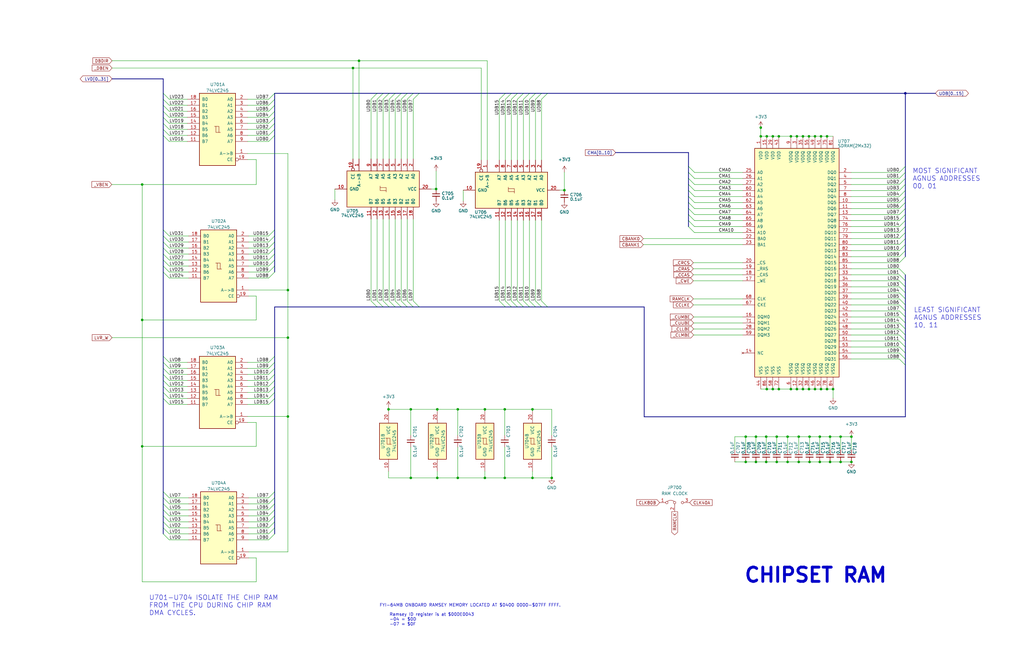
<source format=kicad_sch>
(kicad_sch (version 20231120) (generator "eeschema") (generator_version "8.0")
  (paper "B")
  (title_block (title "AMIGA PCI") (date "2024-06-29") (rev "4.0"))
  (junction (at 237.998 80.264))
  (junction (at 341.376 184.277))
  (junction (at 348.742 164.211))
  (junction (at 184.404 172.72))
  (junction (at 121.412 142.494))
  (junction (at 332.105 184.277))
  (junction (at 381.762 39.37))
  (junction (at 343.662 57.531))
  (junction (at 336.042 164.211))
  (junction (at 193.04 201.676))
  (junction (at 346.202 57.531))
  (junction (at 332.105 194.945))
  (junction (at 346.202 164.211))
  (junction (at 224.536 172.72))
  (junction (at 173.228 201.676))
  (junction (at 224.536 201.676))
  (junction (at 345.694 194.945))
  (junction (at 336.804 194.945))
  (junction (at 341.376 194.945))
  (junction (at 59.944 188.341))
  (junction (at 325.882 164.211))
  (junction (at 327.533 184.277))
  (junction (at 193.04 172.72))
  (junction (at 325.882 57.531))
  (junction (at 336.042 57.531))
  (junction (at 333.502 57.531))
  (junction (at 323.342 57.531))
  (junction (at 350.012 194.945))
  (junction (at 328.422 57.531))
  (junction (at 59.944 77.851))
  (junction (at 351.282 164.211))
  (junction (at 327.533 194.945))
  (junction (at 151.384 25.654))
  (junction (at 345.694 184.277))
  (junction (at 354.457 194.945))
  (junction (at 338.582 57.531))
  (junction (at 173.228 172.72))
  (junction (at 314.452 184.277))
  (junction (at 341.122 164.211))
  (junction (at 318.77 194.945))
  (junction (at 318.77 184.277))
  (junction (at 354.457 184.277))
  (junction (at 359.029 184.277))
  (junction (at 343.662 164.211))
  (junction (at 323.342 164.211))
  (junction (at 212.852 172.72))
  (junction (at 350.012 184.277))
  (junction (at 184.404 201.676))
  (junction (at 320.802 57.531))
  (junction (at 183.896 79.756))
  (junction (at 204.47 201.676))
  (junction (at 323.088 194.945))
  (junction (at 121.412 175.768))
  (junction (at 328.422 164.211))
  (junction (at 323.088 184.277))
  (junction (at 320.802 53.848))
  (junction (at 121.412 122.428))
  (junction (at 204.47 172.72))
  (junction (at 232.664 201.676))
  (junction (at 338.582 164.211))
  (junction (at 314.452 194.945))
  (junction (at 59.944 135.001))
  (junction (at 163.83 172.72))
  (junction (at 341.122 57.531))
  (junction (at 212.852 201.676))
  (junction (at 333.502 164.211))
  (junction (at 348.742 57.531))
  (junction (at 148.844 28.702))
  (junction (at 359.029 194.945))
  (junction (at 336.804 184.277))
  (bus_entry (at 379.222 136.271) (size 2.54 2.54))
  (bus_entry (at 113.284 160.528) (size 2.54 -2.54))
  (bus_entry (at 159.004 127) (size 2.54 2.54))
  (bus_entry (at 174.244 127) (size 2.54 2.54))
  (bus_entry (at 71.374 57.15) (size -2.54 -2.54))
  (bus_entry (at 379.222 108.331) (size 2.54 -2.54))
  (bus_entry (at 71.374 212.598) (size -2.54 -2.54))
  (bus_entry (at 71.374 217.678) (size -2.54 -2.54))
  (bus_entry (at 292.862 80.391) (size -2.54 -2.54))
  (bus_entry (at 71.374 41.91) (size -2.54 -2.54))
  (bus_entry (at 113.284 44.45) (size 2.54 -2.54))
  (bus_entry (at 71.374 215.138) (size -2.54 -2.54))
  (bus_entry (at 71.374 152.908) (size -2.54 -2.54))
  (bus_entry (at 379.222 146.431) (size 2.54 2.54))
  (bus_entry (at 292.862 95.631) (size -2.54 -2.54))
  (bus_entry (at 71.374 163.068) (size -2.54 -2.54))
  (bus_entry (at 71.374 222.758) (size -2.54 -2.54))
  (bus_entry (at 164.084 39.37) (size -2.54 2.54))
  (bus_entry (at 113.284 104.648) (size 2.54 -2.54))
  (bus_entry (at 292.862 88.011) (size -2.54 -2.54))
  (bus_entry (at 71.374 157.988) (size -2.54 -2.54))
  (bus_entry (at 113.284 107.188) (size 2.54 -2.54))
  (bus_entry (at 215.646 127) (size 2.54 2.54))
  (bus_entry (at 213.106 127) (size 2.54 2.54))
  (bus_entry (at 71.374 160.528) (size -2.54 -2.54))
  (bus_entry (at 71.374 54.61) (size -2.54 -2.54))
  (bus_entry (at 71.374 155.448) (size -2.54 -2.54))
  (bus_entry (at 228.346 127) (size 2.54 2.54))
  (bus_entry (at 113.284 163.068) (size 2.54 -2.54))
  (bus_entry (at 171.704 127) (size 2.54 2.54))
  (bus_entry (at 379.222 151.511) (size 2.54 2.54))
  (bus_entry (at 113.284 155.448) (size 2.54 -2.54))
  (bus_entry (at 113.284 109.728) (size 2.54 -2.54))
  (bus_entry (at 71.374 227.838) (size -2.54 -2.54))
  (bus_entry (at 169.164 127) (size 2.54 2.54))
  (bus_entry (at 71.374 168.148) (size -2.54 -2.54))
  (bus_entry (at 71.374 165.608) (size -2.54 -2.54))
  (bus_entry (at 223.266 127) (size 2.54 2.54))
  (bus_entry (at 223.266 39.37) (size -2.54 2.54))
  (bus_entry (at 171.704 39.37) (size -2.54 2.54))
  (bus_entry (at 379.222 82.931) (size 2.54 -2.54))
  (bus_entry (at 113.284 168.148) (size 2.54 -2.54))
  (bus_entry (at 230.886 39.37) (size -2.54 2.54))
  (bus_entry (at 379.222 123.571) (size 2.54 2.54))
  (bus_entry (at 113.284 114.808) (size 2.54 -2.54))
  (bus_entry (at 228.346 39.37) (size -2.54 2.54))
  (bus_entry (at 213.106 39.37) (size -2.54 2.54))
  (bus_entry (at 225.806 39.37) (size -2.54 2.54))
  (bus_entry (at 113.284 152.908) (size 2.54 -2.54))
  (bus_entry (at 71.374 109.728) (size -2.54 -2.54))
  (bus_entry (at 113.284 41.91) (size 2.54 -2.54))
  (bus_entry (at 220.726 39.37) (size -2.54 2.54))
  (bus_entry (at 292.862 90.551) (size -2.54 -2.54))
  (bus_entry (at 225.806 127) (size 2.54 2.54))
  (bus_entry (at 292.862 85.471) (size -2.54 -2.54))
  (bus_entry (at 220.726 127) (size 2.54 2.54))
  (bus_entry (at 379.222 100.711) (size 2.54 -2.54))
  (bus_entry (at 379.222 133.731) (size 2.54 2.54))
  (bus_entry (at 292.862 77.851) (size -2.54 -2.54))
  (bus_entry (at 113.284 157.988) (size 2.54 -2.54))
  (bus_entry (at 379.222 131.191) (size 2.54 2.54))
  (bus_entry (at 113.284 212.598) (size 2.54 -2.54))
  (bus_entry (at 379.222 105.791) (size 2.54 -2.54))
  (bus_entry (at 176.784 39.37) (size -2.54 2.54))
  (bus_entry (at 71.374 170.688) (size -2.54 -2.54))
  (bus_entry (at 71.374 46.99) (size -2.54 -2.54))
  (bus_entry (at 379.222 75.311) (size 2.54 -2.54))
  (bus_entry (at 113.284 217.678) (size 2.54 -2.54))
  (bus_entry (at 379.222 148.971) (size 2.54 2.54))
  (bus_entry (at 379.222 72.771) (size 2.54 -2.54))
  (bus_entry (at 71.374 114.808) (size -2.54 -2.54))
  (bus_entry (at 113.284 57.15) (size 2.54 -2.54))
  (bus_entry (at 113.284 46.99) (size 2.54 -2.54))
  (bus_entry (at 113.284 99.568) (size 2.54 -2.54))
  (bus_entry (at 166.624 39.37) (size -2.54 2.54))
  (bus_entry (at 292.862 82.931) (size -2.54 -2.54))
  (bus_entry (at 164.084 127) (size 2.54 2.54))
  (bus_entry (at 161.544 127) (size 2.54 2.54))
  (bus_entry (at 161.544 39.37) (size -2.54 2.54))
  (bus_entry (at 379.222 88.011) (size 2.54 -2.54))
  (bus_entry (at 113.284 165.608) (size 2.54 -2.54))
  (bus_entry (at 379.222 141.351) (size 2.54 2.54))
  (bus_entry (at 156.464 127) (size 2.54 2.54))
  (bus_entry (at 71.374 44.45) (size -2.54 -2.54))
  (bus_entry (at 379.222 103.251) (size 2.54 -2.54))
  (bus_entry (at 113.284 225.298) (size 2.54 -2.54))
  (bus_entry (at 292.862 98.171) (size -2.54 -2.54))
  (bus_entry (at 71.374 107.188) (size -2.54 -2.54))
  (bus_entry (at 71.374 49.53) (size -2.54 -2.54))
  (bus_entry (at 71.374 99.568) (size -2.54 -2.54))
  (bus_entry (at 379.222 113.411) (size 2.54 2.54))
  (bus_entry (at 113.284 220.218) (size 2.54 -2.54))
  (bus_entry (at 218.186 127) (size 2.54 2.54))
  (bus_entry (at 379.222 80.391) (size 2.54 -2.54))
  (bus_entry (at 379.222 143.891) (size 2.54 2.54))
  (bus_entry (at 218.186 39.37) (size -2.54 2.54))
  (bus_entry (at 379.222 128.651) (size 2.54 2.54))
  (bus_entry (at 159.004 39.37) (size -2.54 2.54))
  (bus_entry (at 169.164 39.37) (size -2.54 2.54))
  (bus_entry (at 379.222 110.871) (size 2.54 -2.54))
  (bus_entry (at 71.374 102.108) (size -2.54 -2.54))
  (bus_entry (at 113.284 102.108) (size 2.54 -2.54))
  (bus_entry (at 113.284 59.69) (size 2.54 -2.54))
  (bus_entry (at 379.222 98.171) (size 2.54 -2.54))
  (bus_entry (at 71.374 52.07) (size -2.54 -2.54))
  (bus_entry (at 379.222 93.091) (size 2.54 -2.54))
  (bus_entry (at 113.284 227.838) (size 2.54 -2.54))
  (bus_entry (at 113.284 210.058) (size 2.54 -2.54))
  (bus_entry (at 379.222 90.551) (size 2.54 -2.54))
  (bus_entry (at 113.284 215.138) (size 2.54 -2.54))
  (bus_entry (at 379.222 95.631) (size 2.54 -2.54))
  (bus_entry (at 292.862 72.771) (size -2.54 -2.54))
  (bus_entry (at 379.222 85.471) (size 2.54 -2.54))
  (bus_entry (at 113.284 52.07) (size 2.54 -2.54))
  (bus_entry (at 71.374 112.268) (size -2.54 -2.54))
  (bus_entry (at 113.284 170.688) (size 2.54 -2.54))
  (bus_entry (at 379.222 138.811) (size 2.54 2.54))
  (bus_entry (at 379.222 121.031) (size 2.54 2.54))
  (bus_entry (at 71.374 210.058) (size -2.54 -2.54))
  (bus_entry (at 71.374 117.348) (size -2.54 -2.54))
  (bus_entry (at 166.624 127) (size 2.54 2.54))
  (bus_entry (at 71.374 225.298) (size -2.54 -2.54))
  (bus_entry (at 379.222 77.851) (size 2.54 -2.54))
  (bus_entry (at 210.566 127) (size 2.54 2.54))
  (bus_entry (at 113.284 54.61) (size 2.54 -2.54))
  (bus_entry (at 379.222 126.111) (size 2.54 2.54))
  (bus_entry (at 379.222 118.491) (size 2.54 2.54))
  (bus_entry (at 292.862 75.311) (size -2.54 -2.54))
  (bus_entry (at 71.374 220.218) (size -2.54 -2.54))
  (bus_entry (at 379.222 115.951) (size 2.54 2.54))
  (bus_entry (at 113.284 222.758) (size 2.54 -2.54))
  (bus_entry (at 71.374 59.69) (size -2.54 -2.54))
  (bus_entry (at 174.244 39.37) (size -2.54 2.54))
  (bus_entry (at 71.374 104.648) (size -2.54 -2.54))
  (bus_entry (at 113.284 117.348) (size 2.54 -2.54))
  (bus_entry (at 113.284 112.268) (size 2.54 -2.54))
  (bus_entry (at 113.284 49.53) (size 2.54 -2.54))
  (bus_entry (at 292.862 93.091) (size -2.54 -2.54))
  (bus_entry (at 215.646 39.37) (size -2.54 2.54))
  (bus (pts (xy 68.834 99.568) (xy 68.834 102.108)))
  (wire (pts (xy 161.544 41.91) (xy 161.544 67.056)))
  (wire (pts (xy 79.502 112.268) (xy 71.374 112.268)))
  (wire (pts (xy 104.394 41.91) (xy 113.284 41.91)))
  (wire (pts (xy 184.404 198.882) (xy 184.404 201.676)))
  (wire (pts (xy 220.726 41.91) (xy 220.726 67.564)))
  (bus (pts (xy 68.834 215.138) (xy 68.834 217.678)))
  (bus (pts (xy 68.834 152.908) (xy 68.834 155.448)))
  (wire (pts (xy 104.902 217.678) (xy 113.284 217.678)))
  (wire (pts (xy 358.902 85.471) (xy 379.222 85.471)))
  (bus (pts (xy 223.266 129.54) (xy 225.806 129.54)))
  (wire (pts (xy 223.266 41.91) (xy 223.266 67.564)))
  (wire (pts (xy 224.536 198.882) (xy 224.536 201.676)))
  (wire (pts (xy 358.902 103.251) (xy 379.222 103.251)))
  (wire (pts (xy 78.994 163.068) (xy 71.374 163.068)))
  (bus (pts (xy 68.834 57.15) (xy 68.834 97.028)))
  (bus (pts (xy 68.834 217.678) (xy 68.834 220.218)))
  (wire (pts (xy 59.944 135.001) (xy 108.077 135.001)))
  (wire (pts (xy 202.946 67.564) (xy 202.946 28.702)))
  (wire (pts (xy 292.354 128.651) (xy 313.182 128.651)))
  (wire (pts (xy 163.83 171.958) (xy 163.83 172.72)))
  (wire (pts (xy 325.882 164.211) (xy 328.422 164.211)))
  (bus (pts (xy 115.824 129.54) (xy 159.004 129.54)))
  (bus (pts (xy 68.834 168.148) (xy 68.834 207.518)))
  (wire (pts (xy 358.902 118.491) (xy 379.222 118.491)))
  (wire (pts (xy 314.452 184.277) (xy 314.452 189.865)))
  (bus (pts (xy 213.106 129.54) (xy 215.646 129.54)))
  (bus (pts (xy 68.834 44.45) (xy 68.834 46.99)))
  (wire (pts (xy 174.244 92.456) (xy 174.244 127)))
  (bus (pts (xy 68.834 163.068) (xy 68.834 165.608)))
  (bus (pts (xy 159.004 39.37) (xy 161.544 39.37)))
  (wire (pts (xy 79.502 107.188) (xy 71.374 107.188)))
  (wire (pts (xy 318.77 194.945) (xy 323.088 194.945)))
  (wire (pts (xy 104.394 155.448) (xy 113.284 155.448)))
  (bus (pts (xy 115.824 109.728) (xy 115.824 112.268)))
  (wire (pts (xy 292.481 136.271) (xy 313.182 136.271)))
  (wire (pts (xy 215.646 41.91) (xy 215.646 67.564)))
  (wire (pts (xy 171.704 41.91) (xy 171.704 67.056)))
  (wire (pts (xy 104.394 52.07) (xy 113.284 52.07)))
  (wire (pts (xy 358.902 100.711) (xy 379.222 100.711)))
  (wire (pts (xy 59.944 77.851) (xy 47.117 77.851)))
  (wire (pts (xy 213.106 41.91) (xy 213.106 67.564)))
  (wire (pts (xy 327.533 184.277) (xy 327.533 189.865)))
  (bus (pts (xy 290.322 85.471) (xy 290.322 82.931)))
  (wire (pts (xy 350.012 184.277) (xy 350.012 189.865)))
  (wire (pts (xy 333.502 57.531) (xy 336.042 57.531)))
  (bus (pts (xy 68.834 97.028) (xy 68.834 99.568)))
  (wire (pts (xy 184.404 172.72) (xy 184.404 173.482)))
  (bus (pts (xy 68.834 41.91) (xy 68.834 44.45)))
  (bus (pts (xy 381.762 82.931) (xy 381.762 85.471)))
  (wire (pts (xy 104.902 109.728) (xy 113.284 109.728)))
  (bus (pts (xy 161.544 39.37) (xy 164.084 39.37)))
  (wire (pts (xy 292.862 93.091) (xy 313.182 93.091)))
  (wire (pts (xy 358.902 108.331) (xy 379.222 108.331)))
  (wire (pts (xy 215.646 92.964) (xy 215.646 127)))
  (wire (pts (xy 328.422 57.531) (xy 325.882 57.531)))
  (wire (pts (xy 358.902 143.891) (xy 379.222 143.891)))
  (wire (pts (xy 292.862 77.851) (xy 313.182 77.851)))
  (wire (pts (xy 338.582 164.211) (xy 341.122 164.211)))
  (wire (pts (xy 210.566 92.964) (xy 210.566 127)))
  (bus (pts (xy 115.824 107.188) (xy 115.824 109.728)))
  (wire (pts (xy 341.122 57.531) (xy 343.662 57.531)))
  (wire (pts (xy 345.694 194.945) (xy 350.012 194.945)))
  (bus (pts (xy 381.762 75.311) (xy 381.762 77.851)))
  (wire (pts (xy 104.902 102.108) (xy 113.284 102.108)))
  (wire (pts (xy 354.457 184.277) (xy 354.457 189.865)))
  (bus (pts (xy 115.824 152.908) (xy 115.824 150.368)))
  (bus (pts (xy 174.244 129.54) (xy 176.784 129.54)))
  (wire (pts (xy 104.902 104.648) (xy 113.284 104.648)))
  (wire (pts (xy 313.182 100.711) (xy 271.272 100.711)))
  (bus (pts (xy 115.824 49.53) (xy 115.824 52.07)))
  (wire (pts (xy 193.04 188.722) (xy 193.04 201.676)))
  (wire (pts (xy 350.012 184.277) (xy 354.457 184.277)))
  (wire (pts (xy 108.077 67.31) (xy 104.394 67.31)))
  (bus (pts (xy 68.834 49.53) (xy 68.834 52.07)))
  (bus (pts (xy 68.834 33.274) (xy 47.244 33.274)))
  (wire (pts (xy 358.902 133.731) (xy 379.222 133.731)))
  (wire (pts (xy 336.042 164.211) (xy 338.582 164.211)))
  (wire (pts (xy 151.384 25.654) (xy 205.486 25.654)))
  (wire (pts (xy 104.902 99.568) (xy 113.284 99.568)))
  (wire (pts (xy 104.394 64.77) (xy 121.412 64.77)))
  (wire (pts (xy 323.088 184.277) (xy 327.533 184.277)))
  (wire (pts (xy 104.394 57.15) (xy 113.284 57.15)))
  (bus (pts (xy 271.653 129.54) (xy 271.653 175.895)))
  (wire (pts (xy 351.282 164.211) (xy 351.282 168.021)))
  (wire (pts (xy 358.902 128.651) (xy 379.222 128.651)))
  (wire (pts (xy 328.422 164.211) (xy 333.502 164.211)))
  (bus (pts (xy 228.346 129.54) (xy 230.886 129.54)))
  (bus (pts (xy 215.646 39.37) (xy 218.186 39.37)))
  (wire (pts (xy 59.944 135.001) (xy 59.944 188.341)))
  (wire (pts (xy 104.902 117.348) (xy 113.284 117.348)))
  (bus (pts (xy 218.186 129.54) (xy 220.726 129.54)))
  (bus (pts (xy 171.704 129.54) (xy 174.244 129.54)))
  (bus (pts (xy 223.266 39.37) (xy 225.806 39.37)))
  (bus (pts (xy 271.653 175.895) (xy 381.762 175.895)))
  (wire (pts (xy 320.802 53.848) (xy 320.802 53.721)))
  (wire (pts (xy 292.862 88.011) (xy 313.182 88.011)))
  (wire (pts (xy 104.394 49.53) (xy 113.284 49.53)))
  (wire (pts (xy 358.902 148.971) (xy 379.222 148.971)))
  (wire (pts (xy 104.394 54.61) (xy 113.284 54.61)))
  (wire (pts (xy 224.536 201.676) (xy 232.664 201.676)))
  (wire (pts (xy 224.536 172.72) (xy 224.536 173.482)))
  (wire (pts (xy 341.376 184.277) (xy 341.376 189.865)))
  (bus (pts (xy 228.346 39.37) (xy 230.886 39.37)))
  (bus (pts (xy 115.824 215.138) (xy 115.824 217.678)))
  (wire (pts (xy 358.902 110.871) (xy 379.222 110.871)))
  (wire (pts (xy 358.902 105.791) (xy 379.222 105.791)))
  (wire (pts (xy 59.944 77.851) (xy 108.077 77.851)))
  (wire (pts (xy 346.202 57.531) (xy 348.742 57.531)))
  (wire (pts (xy 323.342 57.531) (xy 320.802 57.531)))
  (wire (pts (xy 151.384 67.056) (xy 151.384 25.654)))
  (bus (pts (xy 115.824 207.518) (xy 115.824 210.058)))
  (bus (pts (xy 115.824 46.99) (xy 115.824 49.53)))
  (wire (pts (xy 78.994 170.688) (xy 71.374 170.688)))
  (wire (pts (xy 205.486 25.654) (xy 205.486 67.564)))
  (wire (pts (xy 104.394 175.768) (xy 121.412 175.768)))
  (bus (pts (xy 115.824 220.218) (xy 115.824 222.758)))
  (bus (pts (xy 381.762 98.171) (xy 381.762 100.711)))
  (wire (pts (xy 79.502 217.678) (xy 71.374 217.678)))
  (wire (pts (xy 47.244 28.702) (xy 148.844 28.702)))
  (bus (pts (xy 68.834 54.61) (xy 68.834 57.15)))
  (wire (pts (xy 358.902 80.391) (xy 379.222 80.391)))
  (wire (pts (xy 79.502 222.758) (xy 71.374 222.758)))
  (wire (pts (xy 292.862 90.551) (xy 313.182 90.551)))
  (bus (pts (xy 68.834 210.058) (xy 68.834 212.598)))
  (bus (pts (xy 381.762 80.391) (xy 381.762 82.931)))
  (wire (pts (xy 59.944 188.341) (xy 59.944 245.491)))
  (wire (pts (xy 332.105 184.277) (xy 336.804 184.277)))
  (bus (pts (xy 381.762 126.111) (xy 381.762 128.651)))
  (wire (pts (xy 104.394 165.608) (xy 113.284 165.608)))
  (wire (pts (xy 320.802 164.211) (xy 323.342 164.211)))
  (wire (pts (xy 79.502 212.598) (xy 71.374 212.598)))
  (wire (pts (xy 292.862 75.311) (xy 313.182 75.311)))
  (wire (pts (xy 224.536 172.72) (xy 232.664 172.72)))
  (wire (pts (xy 328.422 57.531) (xy 333.502 57.531)))
  (wire (pts (xy 343.662 57.531) (xy 346.202 57.531)))
  (bus (pts (xy 230.886 39.37) (xy 381.762 39.37)))
  (bus (pts (xy 115.824 97.028) (xy 115.824 99.568)))
  (bus (pts (xy 290.322 80.391) (xy 290.322 77.851)))
  (wire (pts (xy 323.088 184.277) (xy 323.088 189.865)))
  (wire (pts (xy 204.47 172.72) (xy 212.852 172.72)))
  (wire (pts (xy 79.502 109.728) (xy 71.374 109.728)))
  (bus (pts (xy 381.762 72.771) (xy 381.762 75.311)))
  (wire (pts (xy 104.902 225.298) (xy 113.284 225.298)))
  (wire (pts (xy 292.481 138.811) (xy 313.182 138.811)))
  (bus (pts (xy 115.824 102.108) (xy 115.824 104.648)))
  (wire (pts (xy 173.228 172.72) (xy 173.228 183.642)))
  (wire (pts (xy 193.04 172.72) (xy 204.47 172.72)))
  (wire (pts (xy 104.902 112.268) (xy 113.284 112.268)))
  (wire (pts (xy 78.994 54.61) (xy 71.374 54.61)))
  (bus (pts (xy 290.322 77.851) (xy 290.322 75.311)))
  (bus (pts (xy 115.824 57.15) (xy 115.824 97.028)))
  (bus (pts (xy 115.824 222.758) (xy 115.824 225.298)))
  (wire (pts (xy 79.502 104.648) (xy 71.374 104.648)))
  (wire (pts (xy 343.662 164.211) (xy 346.202 164.211)))
  (bus (pts (xy 290.322 75.311) (xy 290.322 72.771)))
  (wire (pts (xy 292.862 98.171) (xy 313.182 98.171)))
  (wire (pts (xy 121.412 122.428) (xy 121.412 142.494)))
  (bus (pts (xy 68.834 207.518) (xy 68.834 210.058)))
  (wire (pts (xy 341.376 184.277) (xy 345.694 184.277)))
  (wire (pts (xy 104.902 227.838) (xy 113.284 227.838)))
  (wire (pts (xy 348.742 164.211) (xy 351.282 164.211)))
  (wire (pts (xy 341.122 164.211) (xy 343.662 164.211)))
  (wire (pts (xy 78.994 155.448) (xy 71.374 155.448)))
  (bus (pts (xy 213.106 39.37) (xy 215.646 39.37)))
  (wire (pts (xy 212.852 201.676) (xy 224.536 201.676)))
  (wire (pts (xy 193.04 201.676) (xy 204.47 201.676)))
  (wire (pts (xy 345.694 184.277) (xy 345.694 189.865)))
  (wire (pts (xy 108.077 178.308) (xy 104.394 178.308)))
  (bus (pts (xy 171.704 39.37) (xy 174.244 39.37)))
  (wire (pts (xy 309.88 189.865) (xy 309.88 184.277)))
  (wire (pts (xy 104.394 170.688) (xy 113.284 170.688)))
  (bus (pts (xy 159.004 129.54) (xy 161.544 129.54)))
  (bus (pts (xy 381.762 175.895) (xy 381.762 154.051)))
  (wire (pts (xy 195.326 80.264) (xy 195.326 84.836)))
  (bus (pts (xy 381.762 39.37) (xy 394.462 39.37)))
  (bus (pts (xy 381.762 143.891) (xy 381.762 146.431)))
  (wire (pts (xy 104.394 59.69) (xy 113.284 59.69)))
  (wire (pts (xy 358.902 98.171) (xy 379.222 98.171)))
  (bus (pts (xy 115.824 99.568) (xy 115.824 102.108)))
  (wire (pts (xy 225.806 41.91) (xy 225.806 67.564)))
  (bus (pts (xy 115.824 150.368) (xy 115.824 129.54)))
  (wire (pts (xy 348.742 57.531) (xy 351.282 57.531)))
  (wire (pts (xy 212.852 172.72) (xy 224.536 172.72)))
  (wire (pts (xy 78.994 152.908) (xy 71.374 152.908)))
  (bus (pts (xy 176.784 129.54) (xy 213.106 129.54)))
  (wire (pts (xy 358.902 72.771) (xy 379.222 72.771)))
  (wire (pts (xy 173.228 172.72) (xy 184.404 172.72)))
  (wire (pts (xy 292.862 82.931) (xy 313.182 82.931)))
  (wire (pts (xy 184.404 172.72) (xy 193.04 172.72)))
  (wire (pts (xy 213.106 92.964) (xy 213.106 127)))
  (wire (pts (xy 78.994 46.99) (xy 71.374 46.99)))
  (bus (pts (xy 381.762 141.351) (xy 381.762 143.891)))
  (wire (pts (xy 327.533 184.277) (xy 332.105 184.277)))
  (wire (pts (xy 104.394 152.908) (xy 113.284 152.908)))
  (bus (pts (xy 68.834 109.728) (xy 68.834 112.268)))
  (wire (pts (xy 79.502 227.838) (xy 71.374 227.838)))
  (bus (pts (xy 381.762 88.011) (xy 381.762 90.551)))
  (wire (pts (xy 292.354 115.951) (xy 313.182 115.951)))
  (wire (pts (xy 121.412 64.77) (xy 121.412 122.428)))
  (bus (pts (xy 381.762 85.471) (xy 381.762 88.011)))
  (wire (pts (xy 218.186 41.91) (xy 218.186 67.564)))
  (bus (pts (xy 381.762 39.37) (xy 381.762 70.231)))
  (wire (pts (xy 292.862 72.771) (xy 313.182 72.771)))
  (wire (pts (xy 163.83 172.72) (xy 173.228 172.72)))
  (wire (pts (xy 104.902 232.918) (xy 121.412 232.918)))
  (bus (pts (xy 68.834 104.648) (xy 68.834 107.188)))
  (bus (pts (xy 381.762 70.231) (xy 381.762 72.771)))
  (bus (pts (xy 164.084 39.37) (xy 166.624 39.37)))
  (wire (pts (xy 358.902 131.191) (xy 379.222 131.191)))
  (wire (pts (xy 173.228 188.722) (xy 173.228 201.676)))
  (wire (pts (xy 104.394 163.068) (xy 113.284 163.068)))
  (bus (pts (xy 381.762 138.811) (xy 381.762 141.351)))
  (wire (pts (xy 78.994 49.53) (xy 71.374 49.53)))
  (wire (pts (xy 358.902 138.811) (xy 379.222 138.811)))
  (bus (pts (xy 68.834 165.608) (xy 68.834 168.148)))
  (bus (pts (xy 164.084 129.54) (xy 166.624 129.54)))
  (bus (pts (xy 381.762 128.651) (xy 381.762 131.191)))
  (bus (pts (xy 68.834 39.37) (xy 68.834 41.91)))
  (bus (pts (xy 381.762 118.491) (xy 381.762 121.031)))
  (bus (pts (xy 381.762 136.271) (xy 381.762 138.811)))
  (bus (pts (xy 381.762 77.851) (xy 381.762 80.391)))
  (wire (pts (xy 358.902 126.111) (xy 379.222 126.111)))
  (wire (pts (xy 79.502 99.568) (xy 71.374 99.568)))
  (wire (pts (xy 78.994 59.69) (xy 71.374 59.69)))
  (wire (pts (xy 323.088 194.945) (xy 327.533 194.945)))
  (wire (pts (xy 108.077 135.001) (xy 108.077 124.968)))
  (bus (pts (xy 68.834 114.808) (xy 68.834 150.368)))
  (wire (pts (xy 350.012 194.945) (xy 354.457 194.945)))
  (wire (pts (xy 104.902 122.428) (xy 121.412 122.428)))
  (wire (pts (xy 159.004 92.456) (xy 159.004 127)))
  (wire (pts (xy 59.944 77.851) (xy 59.944 135.001)))
  (wire (pts (xy 332.105 184.277) (xy 332.105 189.865)))
  (bus (pts (xy 166.624 39.37) (xy 169.164 39.37)))
  (bus (pts (xy 220.726 39.37) (xy 223.266 39.37)))
  (bus (pts (xy 115.824 165.608) (xy 115.824 168.148)))
  (bus (pts (xy 115.824 52.07) (xy 115.824 54.61)))
  (wire (pts (xy 237.998 72.644) (xy 237.998 80.264)))
  (wire (pts (xy 141.224 79.756) (xy 141.224 84.328)))
  (wire (pts (xy 121.412 175.768) (xy 121.412 232.918)))
  (bus (pts (xy 115.824 104.648) (xy 115.824 107.188)))
  (wire (pts (xy 108.077 235.458) (xy 104.902 235.458)))
  (wire (pts (xy 309.88 184.277) (xy 314.452 184.277)))
  (bus (pts (xy 381.762 123.571) (xy 381.762 126.111)))
  (wire (pts (xy 163.83 172.72) (xy 163.83 173.482)))
  (wire (pts (xy 358.902 88.011) (xy 379.222 88.011)))
  (bus (pts (xy 115.824 54.61) (xy 115.824 57.15)))
  (bus (pts (xy 381.762 115.951) (xy 381.762 118.491)))
  (bus (pts (xy 115.824 155.448) (xy 115.824 157.988)))
  (bus (pts (xy 225.806 39.37) (xy 228.346 39.37)))
  (bus (pts (xy 68.834 212.598) (xy 68.834 215.138)))
  (wire (pts (xy 164.084 92.456) (xy 164.084 127)))
  (wire (pts (xy 204.47 201.676) (xy 212.852 201.676)))
  (bus (pts (xy 115.824 157.988) (xy 115.824 160.528)))
  (wire (pts (xy 79.502 117.348) (xy 71.374 117.348)))
  (wire (pts (xy 346.202 164.211) (xy 348.742 164.211)))
  (wire (pts (xy 314.452 184.277) (xy 318.77 184.277)))
  (wire (pts (xy 323.342 164.211) (xy 325.882 164.211)))
  (wire (pts (xy 59.944 188.341) (xy 108.077 188.341)))
  (wire (pts (xy 327.533 194.945) (xy 332.105 194.945)))
  (wire (pts (xy 204.47 172.72) (xy 204.47 173.482)))
  (bus (pts (xy 68.834 220.218) (xy 68.834 222.758)))
  (bus (pts (xy 220.726 129.54) (xy 223.266 129.54)))
  (wire (pts (xy 78.994 165.608) (xy 71.374 165.608)))
  (wire (pts (xy 358.902 95.631) (xy 379.222 95.631)))
  (bus (pts (xy 174.244 39.37) (xy 176.784 39.37)))
  (bus (pts (xy 115.824 155.448) (xy 115.824 152.908)))
  (bus (pts (xy 381.762 148.971) (xy 381.762 151.511)))
  (wire (pts (xy 159.004 41.91) (xy 159.004 67.056)))
  (wire (pts (xy 59.944 245.491) (xy 108.077 245.491)))
  (bus (pts (xy 68.834 102.108) (xy 68.834 104.648)))
  (wire (pts (xy 173.228 201.676) (xy 184.404 201.676)))
  (wire (pts (xy 228.346 92.964) (xy 228.346 127)))
  (bus (pts (xy 290.322 88.011) (xy 290.322 85.471)))
  (bus (pts (xy 259.588 64.389) (xy 290.322 64.389)))
  (wire (pts (xy 220.726 92.964) (xy 220.726 127)))
  (wire (pts (xy 336.042 57.531) (xy 338.582 57.531)))
  (wire (pts (xy 292.862 85.471) (xy 313.182 85.471)))
  (bus (pts (xy 218.186 39.37) (xy 220.726 39.37)))
  (wire (pts (xy 358.902 93.091) (xy 379.222 93.091)))
  (bus (pts (xy 115.824 212.598) (xy 115.824 215.138)))
  (wire (pts (xy 354.457 184.277) (xy 359.029 184.277)))
  (wire (pts (xy 156.464 92.456) (xy 156.464 127)))
  (bus (pts (xy 381.762 131.191) (xy 381.762 133.731)))
  (wire (pts (xy 104.394 46.99) (xy 113.284 46.99)))
  (bus (pts (xy 166.624 129.54) (xy 169.164 129.54)))
  (bus (pts (xy 115.824 163.068) (xy 115.824 165.608)))
  (wire (pts (xy 358.902 151.511) (xy 379.222 151.511)))
  (wire (pts (xy 292.354 118.491) (xy 313.182 118.491)))
  (wire (pts (xy 358.902 90.551) (xy 379.222 90.551)))
  (wire (pts (xy 79.502 102.108) (xy 71.374 102.108)))
  (wire (pts (xy 232.664 183.642) (xy 232.664 172.72)))
  (bus (pts (xy 115.824 112.268) (xy 115.824 114.808)))
  (wire (pts (xy 292.862 80.391) (xy 313.182 80.391)))
  (wire (pts (xy 79.502 210.058) (xy 71.374 210.058)))
  (bus (pts (xy 381.762 133.731) (xy 381.762 136.271)))
  (wire (pts (xy 193.04 172.72) (xy 193.04 183.642)))
  (wire (pts (xy 345.694 184.277) (xy 350.012 184.277)))
  (bus (pts (xy 169.164 129.54) (xy 171.704 129.54)))
  (bus (pts (xy 68.834 112.268) (xy 68.834 114.808)))
  (wire (pts (xy 212.852 188.722) (xy 212.852 201.676)))
  (wire (pts (xy 212.852 172.72) (xy 212.852 183.642)))
  (wire (pts (xy 358.902 121.031) (xy 379.222 121.031)))
  (wire (pts (xy 232.664 188.722) (xy 232.664 201.676)))
  (bus (pts (xy 68.834 150.368) (xy 68.834 152.908)))
  (wire (pts (xy 174.244 41.91) (xy 174.244 67.056)))
  (wire (pts (xy 104.394 157.988) (xy 113.284 157.988)))
  (bus (pts (xy 290.322 72.771) (xy 290.322 70.231)))
  (wire (pts (xy 218.186 92.964) (xy 218.186 127)))
  (bus (pts (xy 381.762 151.511) (xy 381.762 154.051)))
  (wire (pts (xy 358.902 113.411) (xy 379.222 113.411)))
  (wire (pts (xy 173.228 201.676) (xy 163.83 201.676)))
  (bus (pts (xy 290.322 93.091) (xy 290.322 95.631)))
  (wire (pts (xy 358.902 123.571) (xy 379.222 123.571)))
  (wire (pts (xy 104.394 44.45) (xy 113.284 44.45)))
  (wire (pts (xy 358.902 82.931) (xy 379.222 82.931)))
  (wire (pts (xy 104.902 220.218) (xy 113.284 220.218)))
  (bus (pts (xy 68.834 155.448) (xy 68.834 157.988)))
  (wire (pts (xy 78.994 57.15) (xy 71.374 57.15)))
  (wire (pts (xy 121.412 142.494) (xy 121.412 175.768)))
  (wire (pts (xy 104.902 210.058) (xy 113.284 210.058)))
  (bus (pts (xy 381.762 105.791) (xy 381.762 108.331)))
  (wire (pts (xy 78.994 157.988) (xy 71.374 157.988)))
  (wire (pts (xy 358.902 115.951) (xy 379.222 115.951)))
  (wire (pts (xy 47.244 25.654) (xy 151.384 25.654)))
  (wire (pts (xy 223.266 92.964) (xy 223.266 127)))
  (wire (pts (xy 104.902 212.598) (xy 113.284 212.598)))
  (wire (pts (xy 108.077 124.968) (xy 104.902 124.968)))
  (wire (pts (xy 358.902 77.851) (xy 379.222 77.851)))
  (bus (pts (xy 115.824 210.058) (xy 115.824 212.598)))
  (wire (pts (xy 78.994 44.45) (xy 71.374 44.45)))
  (wire (pts (xy 148.844 67.056) (xy 148.844 28.702)))
  (wire (pts (xy 318.77 184.277) (xy 318.77 189.865)))
  (wire (pts (xy 47.244 142.494) (xy 121.412 142.494)))
  (bus (pts (xy 68.834 39.37) (xy 68.834 33.274)))
  (wire (pts (xy 104.902 222.758) (xy 113.284 222.758)))
  (wire (pts (xy 341.376 194.945) (xy 345.694 194.945)))
  (wire (pts (xy 108.077 188.341) (xy 108.077 178.308)))
  (wire (pts (xy 358.902 136.271) (xy 379.222 136.271)))
  (wire (pts (xy 104.902 107.188) (xy 113.284 107.188)))
  (wire (pts (xy 313.182 126.111) (xy 292.354 126.111)))
  (bus (pts (xy 381.762 90.551) (xy 381.762 93.091)))
  (bus (pts (xy 68.834 52.07) (xy 68.834 54.61)))
  (wire (pts (xy 184.404 201.676) (xy 193.04 201.676)))
  (wire (pts (xy 292.862 95.631) (xy 313.182 95.631)))
  (bus (pts (xy 230.886 129.54) (xy 271.653 129.54)))
  (wire (pts (xy 78.994 168.148) (xy 71.374 168.148)))
  (wire (pts (xy 79.502 225.298) (xy 71.374 225.298)))
  (wire (pts (xy 225.806 92.964) (xy 225.806 127)))
  (bus (pts (xy 115.824 44.45) (xy 115.824 46.99)))
  (bus (pts (xy 68.834 222.758) (xy 68.834 225.298)))
  (bus (pts (xy 161.544 129.54) (xy 164.084 129.54)))
  (wire (pts (xy 79.502 220.218) (xy 71.374 220.218)))
  (wire (pts (xy 202.946 28.702) (xy 148.844 28.702)))
  (bus (pts (xy 68.834 157.988) (xy 68.834 160.528)))
  (wire (pts (xy 336.804 189.865) (xy 336.804 184.277)))
  (wire (pts (xy 332.105 194.945) (xy 336.804 194.945)))
  (wire (pts (xy 314.452 194.945) (xy 318.77 194.945)))
  (bus (pts (xy 115.824 39.37) (xy 115.824 41.91)))
  (wire (pts (xy 292.481 141.351) (xy 313.182 141.351)))
  (wire (pts (xy 104.902 215.138) (xy 113.284 215.138)))
  (wire (pts (xy 166.624 92.456) (xy 166.624 127)))
  (wire (pts (xy 108.077 77.851) (xy 108.077 67.31)))
  (wire (pts (xy 169.164 41.91) (xy 169.164 67.056)))
  (wire (pts (xy 292.354 110.871) (xy 313.182 110.871)))
  (wire (pts (xy 78.994 52.07) (xy 71.374 52.07)))
  (bus (pts (xy 381.762 93.091) (xy 381.762 95.631)))
  (wire (pts (xy 169.164 92.456) (xy 169.164 127)))
  (bus (pts (xy 115.824 39.37) (xy 159.004 39.37)))
  (bus (pts (xy 68.834 160.528) (xy 68.834 163.068)))
  (wire (pts (xy 166.624 41.91) (xy 166.624 67.056)))
  (wire (pts (xy 164.084 41.91) (xy 164.084 67.056)))
  (wire (pts (xy 104.394 168.148) (xy 113.284 168.148)))
  (bus (pts (xy 381.762 100.711) (xy 381.762 103.251)))
  (wire (pts (xy 318.77 184.277) (xy 323.088 184.277)))
  (wire (pts (xy 79.502 114.808) (xy 71.374 114.808)))
  (bus (pts (xy 381.762 95.631) (xy 381.762 98.171)))
  (wire (pts (xy 358.902 75.311) (xy 379.222 75.311)))
  (bus (pts (xy 215.646 129.54) (xy 218.186 129.54)))
  (wire (pts (xy 333.502 164.211) (xy 336.042 164.211)))
  (wire (pts (xy 161.544 92.456) (xy 161.544 127)))
  (wire (pts (xy 314.452 194.945) (xy 309.88 194.945)))
  (bus (pts (xy 290.322 90.551) (xy 290.322 88.011)))
  (wire (pts (xy 358.902 141.351) (xy 379.222 141.351)))
  (wire (pts (xy 171.704 92.456) (xy 171.704 127)))
  (bus (pts (xy 381.762 146.431) (xy 381.762 148.971)))
  (wire (pts (xy 320.802 57.531) (xy 320.802 53.848)))
  (wire (pts (xy 104.394 160.528) (xy 113.284 160.528)))
  (bus (pts (xy 290.322 82.931) (xy 290.322 80.391)))
  (wire (pts (xy 228.346 41.91) (xy 228.346 67.564)))
  (wire (pts (xy 181.864 79.756) (xy 183.896 79.756)))
  (wire (pts (xy 104.902 114.808) (xy 113.284 114.808)))
  (wire (pts (xy 79.502 215.138) (xy 71.374 215.138)))
  (wire (pts (xy 338.582 57.531) (xy 341.122 57.531)))
  (wire (pts (xy 358.902 146.431) (xy 379.222 146.431)))
  (wire (pts (xy 183.896 72.136) (xy 183.896 79.756)))
  (wire (pts (xy 292.354 113.411) (xy 313.182 113.411)))
  (wire (pts (xy 313.182 103.251) (xy 271.272 103.251)))
  (bus (pts (xy 169.164 39.37) (xy 171.704 39.37)))
  (wire (pts (xy 78.994 41.91) (xy 71.374 41.91)))
  (bus (pts (xy 176.784 39.37) (xy 213.106 39.37)))
  (bus (pts (xy 68.834 107.188) (xy 68.834 109.728)))
  (wire (pts (xy 156.464 41.91) (xy 156.464 67.056)))
  (wire (pts (xy 163.83 201.676) (xy 163.83 198.882)))
  (wire (pts (xy 336.804 184.277) (xy 341.376 184.277)))
  (bus (pts (xy 115.824 168.148) (xy 115.824 207.518)))
  (bus (pts (xy 225.806 129.54) (xy 228.346 129.54)))
  (bus (pts (xy 290.322 70.231) (xy 290.322 64.389)))
  (bus (pts (xy 115.824 41.91) (xy 115.824 44.45)))
  (wire (pts (xy 354.457 194.945) (xy 359.029 194.945)))
  (wire (pts (xy 292.481 133.731) (xy 313.182 133.731)))
  (wire (pts (xy 235.966 80.264) (xy 237.998 80.264)))
  (bus (pts (xy 115.824 217.678) (xy 115.824 220.218)))
  (bus (pts (xy 290.322 93.091) (xy 290.322 90.551)))
  (bus (pts (xy 381.762 121.031) (xy 381.762 123.571)))
  (wire (pts (xy 341.376 194.945) (xy 336.804 194.945)))
  (bus (pts (xy 68.834 46.99) (xy 68.834 49.53)))
  (wire (pts (xy 210.566 41.91) (xy 210.566 67.564)))
  (wire (pts (xy 359.029 184.277) (xy 359.029 189.865)))
  (bus (pts (xy 381.762 103.251) (xy 381.762 105.791)))
  (bus (pts (xy 115.824 160.528) (xy 115.824 163.068)))
  (wire (pts (xy 204.47 198.882) (xy 204.47 201.676)))
  (wire (pts (xy 325.882 57.531) (xy 323.342 57.531)))
  (wire (pts (xy 78.994 160.528) (xy 71.374 160.528)))
  (wire (pts (xy 108.077 245.491) (xy 108.077 235.458)))
  (text "LEAST SIGNIFICANT\nAGNUS ADDRESSES \n10, 11" (at 385.318 138.557 0) (effects (font (size 2 2)) (justify left bottom)))
  (text "CHIPSET RAM" (at 313.436 246.38 0) (effects (font (size 6 6) (thickness 1.2) (bold yes)) (justify left bottom)))
  (text "U701-U704 ISOLATE THE CHIP RAM\nFROM THE CPU DURING CHIP RAM \nDMA CYCLES." (at 62.865 259.969 0) (effects (font (size 2 2)) (justify left bottom)))
  (text "MOST SIGNIFICANT\nAGNUS ADDRESSES \n00, 01" (at 384.81 79.883 0) (effects (font (size 2 2)) (justify left bottom)))
  (text "Ramsey ID register is at $00DE0043\n-04 = $0D\n-07 = $0F" (at 164.211 264.287 0) (effects (font (size 1.27 1.27)) (justify left bottom)))
  (text "FYI-64MB ONBOARD RAMSEY MEMORY LOCATED AT $0400 0000-$07FF FFFF." (at 160.02 256.286 0) (effects (font (size 1.3 1.3)) (justify left bottom)))
  (label "LDB10" (at 379.222 146.431 180) (effects (font (size 1.2954 1.2954))))
  (label "CMA3" (at 303.022 80.391 0))
  (label "UDB3" (at 113.284 52.07 180) (effects (font (size 1.2954 1.2954))))
  (label "LDB6" (at 379.222 128.651 180) (effects (font (size 1.2954 1.2954))))
  (label "UDB9" (at 225.806 42.037 270) (effects (font (size 1.2954 1.2954))))
  (label "LDB4" (at 379.222 123.571 180) (effects (font (size 1.2954 1.2954))))
  (label "LVD12" (at 71.374 163.068 0) (effects (font (size 1.2954 1.2954))))
  (label "UDB7" (at 379.222 90.551 180) (effects (font (size 1.2954 1.2954))))
  (label "LDB13" (at 379.222 138.811 180) (effects (font (size 1.2954 1.2954))))
  (label "LDB15" (at 113.284 170.688 180) (effects (font (size 1.2954 1.2954))))
  (label "LVD31" (at 71.374 99.568 0) (effects (font (size 1.2954 1.2954))))
  (label "UDB14" (at 113.284 102.108 180) (effects (font (size 1.2954 1.2954))))
  (label "LDB12" (at 218.186 127 90) (effects (font (size 1.2954 1.2954))))
  (label "UDB7" (at 113.284 41.91 180) (effects (font (size 1.2954 1.2954))))
  (label "UDB4" (at 166.624 41.91 270) (effects (font (size 1.2954 1.2954))))
  (label "LVD4" (at 71.374 217.678 0) (effects (font (size 1.2954 1.2954))))
  (label "LVD28" (at 71.374 107.188 0) (effects (font (size 1.2954 1.2954))))
  (label "UDB15" (at 210.566 42.037 270) (effects (font (size 1.2954 1.2954))))
  (label "LVD14" (at 71.374 168.148 0) (effects (font (size 1.2954 1.2954))))
  (label "LDB14" (at 213.106 127 90) (effects (font (size 1.2954 1.2954))))
  (label "LDB5" (at 169.164 127 90) (effects (font (size 1.2954 1.2954))))
  (label "LDB13" (at 215.646 127 90) (effects (font (size 1.2954 1.2954))))
  (label "UDB11" (at 113.284 109.728 180) (effects (font (size 1.2954 1.2954))))
  (label "LDB9" (at 379.222 148.971 180) (effects (font (size 1.2954 1.2954))))
  (label "UDB12" (at 379.222 100.711 180) (effects (font (size 1.2954 1.2954))))
  (label "UDB0" (at 379.222 72.771 180) (effects (font (size 1.2954 1.2954))))
  (label "CMA6" (at 303.022 88.011 0))
  (label "UDB1" (at 379.222 75.311 180) (effects (font (size 1.2954 1.2954))))
  (label "LDB11" (at 379.222 143.891 180) (effects (font (size 1.2954 1.2954))))
  (label "LVD17" (at 71.374 57.15 0) (effects (font (size 1.2954 1.2954))))
  (label "LVD7" (at 71.374 210.058 0) (effects (font (size 1.2954 1.2954))))
  (label "LVD23" (at 71.374 41.91 0) (effects (font (size 1.2954 1.2954))))
  (label "LDB3" (at 379.222 121.031 180) (effects (font (size 1.2954 1.2954))))
  (label "LDB8" (at 113.284 152.908 180) (effects (font (size 1.2954 1.2954))))
  (label "UDB3" (at 379.222 80.391 180) (effects (font (size 1.2954 1.2954))))
  (label "UDB8" (at 379.222 110.871 180) (effects (font (size 1.2954 1.2954))))
  (label "LDB0" (at 113.284 227.838 180) (effects (font (size 1.2954 1.2954))))
  (label "UDB5" (at 379.222 85.471 180) (effects (font (size 1.2954 1.2954))))
  (label "LVD9" (at 71.374 155.448 0) (effects (font (size 1.2954 1.2954))))
  (label "LDB15" (at 210.566 127 90) (effects (font (size 1.2954 1.2954))))
  (label "LDB0" (at 156.464 127 90) (effects (font (size 1.2954 1.2954))))
  (label "LDB3" (at 164.084 127 90) (effects (font (size 1.2954 1.2954))))
  (label "LDB11" (at 220.726 127 90) (effects (font (size 1.2954 1.2954))))
  (label "LVD22" (at 71.374 44.45 0) (effects (font (size 1.2954 1.2954))))
  (label "UDB14" (at 379.222 95.631 180) (effects (font (size 1.2954 1.2954))))
  (label "LVD20" (at 71.374 49.53 0) (effects (font (size 1.2954 1.2954))))
  (label "LVD10" (at 71.374 157.988 0) (effects (font (size 1.2954 1.2954))))
  (label "UDB15" (at 113.284 99.568 180) (effects (font (size 1.2954 1.2954))))
  (label "CMA8" (at 303.022 93.091 0))
  (label "UDB14" (at 213.106 42.037 270) (effects (font (size 1.2954 1.2954))))
  (label "LVD25" (at 71.374 114.808 0) (effects (font (size 1.2954 1.2954))))
  (label "LDB14" (at 379.222 136.271 180) (effects (font (size 1.2954 1.2954))))
  (label "UDB5" (at 169.164 41.91 270) (effects (font (size 1.2954 1.2954))))
  (label "CMA2" (at 303.022 77.851 0))
  (label "LVD3" (at 71.374 220.218 0) (effects (font (size 1.2954 1.2954))))
  (label "UDB6" (at 113.284 44.45 180) (effects (font (size 1.2954 1.2954))))
  (label "UDB13" (at 215.646 42.037 270) (effects (font (size 1.2954 1.2954))))
  (label "LDB5" (at 379.222 126.111 180) (effects (font (size 1.2954 1.2954))))
  (label "LDB12" (at 113.284 163.068 180) (effects (font (size 1.2954 1.2954))))
  (label "LDB0" (at 379.222 113.411 180) (effects (font (size 1.2954 1.2954))))
  (label "LDB11" (at 113.284 160.528 180) (effects (font (size 1.2954 1.2954))))
  (label "LVD8" (at 71.374 152.908 0) (effects (font (size 1.2954 1.2954))))
  (label "UDB2" (at 379.222 77.851 180) (effects (font (size 1.2954 1.2954))))
  (label "UDB9" (at 113.284 114.808 180) (effects (font (size 1.2954 1.2954))))
  (label "LVD5" (at 71.374 215.138 0) (effects (font (size 1.2954 1.2954))))
  (label "UDB4" (at 379.222 82.931 180) (effects (font (size 1.2954 1.2954))))
  (label "UDB1" (at 159.004 41.91 270) (effects (font (size 1.2954 1.2954))))
  (label "LVD30" (at 71.374 102.108 0) (effects (font (size 1.2954 1.2954))))
  (label "LDB3" (at 113.284 220.218 180) (effects (font (size 1.2954 1.2954))))
  (label "LDB4" (at 113.284 217.678 180) (effects (font (size 1.2954 1.2954))))
  (label "UDB8" (at 228.346 42.037 270) (effects (font (size 1.2954 1.2954))))
  (label "LDB4" (at 166.624 127 90) (effects (font (size 1.2954 1.2954))))
  (label "UDB12" (at 113.284 107.188 180) (effects (font (size 1.2954 1.2954))))
  (label "CMA7" (at 303.022 90.551 0))
  (label "UDB9" (at 379.222 108.331 180) (effects (font (size 1.2954 1.2954))))
  (label "LVD15" (at 71.374 170.688 0) (effects (font (size 1.2954 1.2954))))
  (label "CMA5" (at 303.022 85.471 0))
  (label "UDB13" (at 379.222 98.171 180) (effects (font (size 1.2954 1.2954))))
  (label "UDB3" (at 164.084 41.91 270) (effects (font (size 1.2954 1.2954))))
  (label "LVD21" (at 71.374 46.99 0) (effects (font (size 1.2954 1.2954))))
  (label "LDB1" (at 113.284 225.298 180) (effects (font (size 1.2954 1.2954))))
  (label "UDB2" (at 113.284 54.61 180) (effects (font (size 1.2954 1.2954))))
  (label "LDB7" (at 113.284 210.058 180) (effects (font (size 1.2954 1.2954))))
  (label "UDB10" (at 113.284 112.268 180) (effects (font (size 1.2954 1.2954))))
  (label "LDB5" (at 113.284 215.138 180) (effects (font (size 1.2954 1.2954))))
  (label "CMA1" (at 303.022 75.311 0))
  (label "UDB11" (at 379.222 103.251 180) (effects (font (size 1.2954 1.2954))))
  (label "LDB14" (at 113.284 168.148 180) (effects (font (size 1.2954 1.2954))))
  (label "LDB2" (at 113.284 222.758 180) (effects (font (size 1.2954 1.2954))))
  (label "LDB8" (at 379.222 151.511 180) (effects (font (size 1.2954 1.2954))))
  (label "LVD0" (at 71.374 227.838 0) (effects (font (size 1.2954 1.2954))))
  (label "LDB10" (at 223.266 127 90) (effects (font (size 1.2954 1.2954))))
  (label "CMA10" (at 303.022 98.171 0))
  (label "UDB13" (at 113.284 104.648 180) (effects (font (size 1.2954 1.2954))))
  (label "UDB6" (at 171.704 41.91 270) (effects (font (size 1.2954 1.2954))))
  (label "UDB7" (at 174.244 41.91 270) (effects (font (size 1.2954 1.2954))))
  (label "UDB1" (at 113.284 57.15 180) (effects (font (size 1.2954 1.2954))))
  (label "LVD1" (at 71.374 225.298 0) (effects (font (size 1.2954 1.2954))))
  (label "LVD27" (at 71.374 109.728 0) (effects (font (size 1.2954 1.2954))))
  (label "LVD19" (at 71.374 52.07 0) (effects (font (size 1.2954 1.2954))))
  (label "LDB7" (at 379.222 131.191 180) (effects (font (size 1.2954 1.2954))))
  (label "UDB2" (at 161.544 41.91 270) (effects (font (size 1.2954 1.2954))))
  (label "LDB15" (at 379.222 133.731 180) (effects (font (size 1.2954 1.2954))))
  (label "UDB4" (at 113.284 49.53 180) (effects (font (size 1.2954 1.2954))))
  (label "LDB13" (at 113.284 165.608 180) (effects (font (size 1.2954 1.2954))))
  (label "UDB11" (at 220.726 42.037 270) (effects (font (size 1.2954 1.2954))))
  (label "LVD18" (at 71.374 54.61 0) (effects (font (size 1.2954 1.2954))))
  (label "CMA9" (at 303.022 95.631 0))
  (label "LDB2" (at 379.222 118.491 180) (effects (font (size 1.2954 1.2954))))
  (label "CMA4" (at 303.022 82.931 0))
  (label "UDB15" (at 379.222 93.091 180) (effects (font (size 1.2954 1.2954))))
  (label "LDB7" (at 174.244 127 90) (effects (font (size 1.2954 1.2954))))
  (label "LVD29" (at 71.374 104.648 0) (effects (font (size 1.2954 1.2954))))
  (label "UDB8" (at 113.284 117.348 180) (effects (font (size 1.2954 1.2954))))
  (label "LDB12" (at 379.222 141.351 180) (effects (font (size 1.2954 1.2954))))
  (label "UDB12" (at 218.186 42.037 270) (effects (font (size 1.2954 1.2954))))
  (label "UDB10" (at 223.266 42.037 270) (effects (font (size 1.2954 1.2954))))
  (label "LDB1" (at 159.004 127 90) (effects (font (size 1.2954 1.2954))))
  (label "LVD2" (at 71.374 222.758 0) (effects (font (size 1.2954 1.2954))))
  (label "LDB1" (at 379.222 115.951 180) (effects (font (size 1.2954 1.2954))))
  (label "CMA0" (at 303.022 72.771 0))
  (label "UDB5" (at 113.284 46.99 180) (effects (font (size 1.2954 1.2954))))
  (label "LDB9" (at 225.806 127 90) (effects (font (size 1.2954 1.2954))))
  (label "UDB6" (at 379.222 88.011 180) (effects (font (size 1.2954 1.2954))))
  (label "LVD26" (at 71.374 112.268 0) (effects (font (size 1.2954 1.2954))))
  (label "LDB9" (at 113.284 155.448 180) (effects (font (size 1.2954 1.2954))))
  (label "LDB6" (at 171.704 127 90) (effects (font (size 1.2954 1.2954))))
  (label "LVD16" (at 71.374 59.69 0) (effects (font (size 1.2954 1.2954))))
  (label "UDB0" (at 113.284 59.69 180) (effects (font (size 1.2954 1.2954))))
  (label "LVD11" (at 71.374 160.528 0) (effects (font (size 1.2954 1.2954))))
  (label "LVD24" (at 71.374 117.348 0) (effects (font (size 1.2954 1.2954))))
  (label "UDB10" (at 379.222 105.791 180) (effects (font (size 1.2954 1.2954))))
  (label "LDB6" (at 113.284 212.598 180) (effects (font (size 1.2954 1.2954))))
  (label "LVD13" (at 71.374 165.608 0) (effects (font (size 1.2954 1.2954))))
  (label "LVD6" (at 71.374 212.598 0) (effects (font (size 1.2954 1.2954))))
  (label "LDB2" (at 161.544 127 90) (effects (font (size 1.2954 1.2954))))
  (label "LDB10" (at 113.284 157.988 180) (effects (font (size 1.2954 1.2954))))
  (label "LDB8" (at 228.346 127 90) (effects (font (size 1.2954 1.2954))))
  (label "UDB0" (at 156.464 41.91 270) (effects (font (size 1.2954 1.2954))))
  (global_label "_CLMBE" (shape input) (at 292.481 141.351 180) (property "Intersheetrefs" "${INTERSHEET_REFS}" (at 282.4391 141.351 0) (effects (justify right))))
  (global_label "CLK80B" (shape input) (at 278.13 212.09 180) (property "Intersheetrefs" "${INTERSHEET_REFS}" (at 267.8877 212.09 0) (effects (justify right))))
  (global_label "_CRCS" (shape input) (at 292.354 110.871 180) (property "Intersheetrefs" "${INTERSHEET_REFS}" (at 283.4611 110.871 0) (effects (justify right))))
  (global_label "DBDIR" (shape input) (at 47.244 25.654 180) (property "Intersheetrefs" "${INTERSHEET_REFS}" (at 38.6534 25.654 0) (effects (justify right))))
  (global_label "CBANK0" (shape input) (at 271.272 100.711 180) (property "Intersheetrefs" "${INTERSHEET_REFS}" (at 260.8482 100.711 0) (effects (justify right))))
  (global_label "CBANK1" (shape input) (at 271.272 103.251 180) (property "Intersheetrefs" "${INTERSHEET_REFS}" (at 260.8482 103.251 0) (effects (justify right))))
  (global_label "_CWE" (shape input) (at 292.354 118.491 180) (property "Intersheetrefs" "${INTERSHEET_REFS}" (at 284.6102 118.491 0) (effects (justify right))))
  (global_label "_CRAS" (shape input) (at 292.354 113.411 180) (property "Intersheetrefs" "${INTERSHEET_REFS}" (at 283.6425 113.411 0) (effects (justify right))))
  (global_label "CLK40A" (shape input) (at 290.83 212.09 0) (property "Intersheetrefs" "${INTERSHEET_REFS}" (at 300.8909 212.09 0) (effects (justify left))))
  (global_label "_VBEN" (shape input) (at 47.117 77.851 180) (effects (font (size 1.2954 1.2954))) (property "Intersheetrefs" "${INTERSHEET_REFS}" (at 38.2318 77.851 0) (effects (justify right))))
  (global_label "LVR_W" (shape input) (at 47.244 142.494 180) (effects (font (size 1.2954 1.2954))) (property "Intersheetrefs" "${INTERSHEET_REFS}" (at 38.2777 142.494 0) (effects (justify right))))
  (global_label "CCLKE" (shape input) (at 292.354 128.651 180) (property "Intersheetrefs" "${INTERSHEET_REFS}" (at 283.4611 128.651 0) (effects (justify right))))
  (global_label "_CUMBE" (shape input) (at 292.481 133.731 180) (property "Intersheetrefs" "${INTERSHEET_REFS}" (at 282.1367 133.731 0) (effects (justify right))))
  (global_label "_CUUBE" (shape input) (at 292.481 136.271 180) (property "Intersheetrefs" "${INTERSHEET_REFS}" (at 282.2576 136.271 0) (effects (justify right))))
  (global_label "_CCAS" (shape input) (at 292.354 115.951 180) (property "Intersheetrefs" "${INTERSHEET_REFS}" (at 283.6425 115.951 0) (effects (justify right))))
  (global_label "UDB[0..15]" (shape bidirectional) (at 394.462 39.37 0) (property "Intersheetrefs" "${INTERSHEET_REFS}" (at 408.8811 39.37 0) (effects (justify left))))
  (global_label "CMA[0..10]" (shape input) (at 259.588 64.389 180) (property "Intersheetrefs" "${INTERSHEET_REFS}" (at 246.3407 64.389 0) (effects (justify right))))
  (global_label "RAMCLK" (shape input) (at 292.354 126.111 180) (property "Intersheetrefs" "${INTERSHEET_REFS}" (at 281.9907 126.111 0) (effects (justify right))))
  (global_label "LVD[0..31]" (shape bidirectional) (at 47.244 33.274 180) (property "Intersheetrefs" "${INTERSHEET_REFS}" (at 33.2293 33.274 0) (effects (justify right))))
  (global_label "_DBEN" (shape input) (at 47.244 28.702 180) (property "Intersheetrefs" "${INTERSHEET_REFS}" (at 38.3511 28.702 0) (effects (justify right))))
  (global_label "RAMCLK" (shape output) (at 284.48 215.9 270) (property "Intersheetrefs" "${INTERSHEET_REFS}" (at 284.48 226.2633 90) (effects (justify right))))
  (global_label "_CLLBE" (shape input) (at 292.481 138.811 180) (property "Intersheetrefs" "${INTERSHEET_REFS}" (at 282.8624 138.811 0) (effects (justify right))))
  (symbol (lib_id "Device:C_Small") (at 327.533 192.405 0) (unit 1)
    (property "Reference" "C711" (at 328.93 191.516 90) (effects (justify left)))
    (property "Value" "0.1uF" (at 326.517 191.643 90) (effects (justify left)))
    (property "Footprint" "Capacitor_SMD:C_0603_1608Metric" (effects (hide yes)))
  )
  (symbol (lib_id "Device:C_Small") (at 323.088 192.405 0) (unit 1)
    (property "Reference" "C710" (at 324.485 191.516 90) (effects (justify left)))
    (property "Value" "0.1uF" (at 322.072 191.643 90) (effects (justify left)))
    (property "Footprint" "Capacitor_SMD:C_0603_1608Metric" (effects (hide yes)))
  )
  (symbol (lib_id "power:GND") (at 183.896 84.836 0) (unit 1)
    (property "Reference" "#PWR0246" (effects (hide yes)))
    (property "Value" "GND" (at 183.896 88.9715 0))
  )
  (symbol (lib_id "power:+3V3") (at 237.998 72.644 0) (unit 1)
    (property "Reference" "#PWR0209" (effects (hide yes)))
    (property "Value" "+3V3" (at 237.998 67.31 0))
  )
  (symbol (lib_id "AmigaPCI-Symbols:74LVC245") (at 91.694 165.608 0) (mirror y) (unit 1)
    (property "Reference" "U703" (at 91.694 146.6682 0))
    (property "Value" "74LVC245" (at 91.694 149.2051 0))
    (property "Footprint" "Package_SO:TSSOP-20_4.4x6.5mm_P0.65mm" (effects (hide yes)))
    (property "Datasheet" "http://www.ti.com/lit/gpn/sn74LS245" (effects (hide yes)))
  )
  (symbol (lib_id "Device:C_Small") (at 345.694 192.405 0) (unit 1)
    (property "Reference" "C715" (at 347.091 191.516 90) (effects (justify left)))
    (property "Value" "0.1uF" (at 344.678 191.643 90) (effects (justify left)))
    (property "Footprint" "Capacitor_SMD:C_0603_1608Metric" (effects (hide yes)))
  )
  (symbol (lib_id "Device:C_Small") (at 341.376 192.405 0) (unit 1)
    (property "Reference" "C714" (at 342.773 191.516 90) (effects (justify left)))
    (property "Value" "0.1uF" (at 340.36 191.643 90) (effects (justify left)))
    (property "Footprint" "Capacitor_SMD:C_0603_1608Metric" (effects (hide yes)))
  )
  (symbol (lib_id "74xx:74HC245") (at 161.544 79.756 270) (unit 1)
    (property "Reference" "U705" (at 148.59 89.011 90))
    (property "Value" "74LVC245" (at 148.59 90.932 90))
    (property "Footprint" "Package_SO:TSSOP-20_4.4x6.5mm_P0.65mm" (effects (hide yes)))
    (property "Datasheet" "http://www.ti.com/lit/gpn/sn74HC245" (effects (hide yes)))
  )
  (symbol (lib_id "Device:C_Small") (at 193.04 186.182 0) (unit 1)
    (property "Reference" "C702" (at 194.564 184.658 90) (effects (justify left)))
    (property "Value" "0.1uF" (at 194.564 193.04 90) (effects (justify left)))
    (property "Footprint" "Capacitor_SMD:C_0603_1608Metric" (effects (hide yes)))
  )
  (symbol (lib_id "power:GND") (at 195.326 84.836 0) (unit 1)
    (property "Reference" "#PWR0247" (effects (hide yes)))
    (property "Value" "GND" (at 195.326 88.9715 0))
  )
  (symbol (lib_id "Device:C_Small") (at 359.029 192.405 0) (unit 1)
    (property "Reference" "C718" (at 360.426 191.643 90) (effects (justify left)))
    (property "Value" "0.1uF" (at 358.013 191.643 90) (effects (justify left)))
    (property "Footprint" "Capacitor_SMD:C_0603_1608Metric" (effects (hide yes)))
  )
  (symbol (lib_id "power:+3V3") (at 359.029 184.277 0) (unit 1)
    (property "Reference" "#PWR0237" (effects (hide yes)))
    (property "Value" "+3V3" (at 359.029 178.943 0))
  )
  (symbol (lib_id "power:+3V3") (at 320.802 53.848 0) (unit 1)
    (property "Reference" "#PWR0183" (effects (hide yes)))
    (property "Value" "+3V3" (at 320.802 49.276 0))
  )
  (symbol (lib_id "AmigaPCI-Symbols:74LVC245") (at 204.47 186.182 0) (mirror y) (unit 2)
    (property "Reference" "U703" (at 202.1332 186.182 90))
    (property "Value" "74LVC245" (at 206.9592 186.182 90))
    (property "Footprint" "Package_SO:TSSOP-20_4.4x6.5mm_P0.65mm" (effects (hide yes)))
    (property "Datasheet" "http://www.ti.com/lit/gpn/sn74LS245" (effects (hide yes)))
  )
  (symbol (lib_id "AmigaPCI-Symbols:74LVC245") (at 92.202 112.268 0) (mirror y) (unit 1)
    (property "Reference" "U702" (at 92.202 93.3282 0))
    (property "Value" "74LVC245" (at 92.202 95.8651 0))
    (property "Footprint" "Package_SO:TSSOP-20_4.4x6.5mm_P0.65mm" (effects (hide yes)))
    (property "Datasheet" "http://www.ti.com/lit/gpn/sn74LS245" (effects (hide yes)))
  )
  (symbol (lib_id "Device:C_Small") (at 237.998 82.804 0) (unit 1)
    (property "Reference" "C706" (at 240.3221 82.1666 0) (effects (justify left)))
    (property "Value" "0.1uF" (at 240.3221 84.0876 0) (effects (justify left)))
    (property "Footprint" "Capacitor_SMD:C_0603_1608Metric" (effects (hide yes)))
  )
  (symbol (lib_id "AmigaPCI-Symbols:74LVC245") (at 91.694 54.61 0) (mirror y) (unit 1)
    (property "Reference" "U701" (at 91.694 35.6702 0))
    (property "Value" "74LVC245" (at 91.694 38.2071 0))
    (property "Footprint" "Package_SO:TSSOP-20_4.4x6.5mm_P0.65mm" (effects (hide yes)))
    (property "Datasheet" "http://www.ti.com/lit/gpn/sn74LS245" (effects (hide yes)))
  )
  (symbol (lib_id "Device:C_Small") (at 232.664 186.182 0) (unit 1)
    (property "Reference" "C704" (at 234.188 184.658 90) (effects (justify left)))
    (property "Value" "0.1uF" (at 234.188 193.04 90) (effects (justify left)))
    (property "Footprint" "Capacitor_SMD:C_0603_1608Metric" (effects (hide yes)))
  )
  (symbol (lib_id "power:GND") (at 351.282 168.021 0) (unit 1)
    (property "Reference" "#PWR02" (effects (hide yes)))
    (property "Value" "GND" (at 351.282 172.1565 0))
  )
  (symbol (lib_id "power:GND") (at 141.224 84.328 0) (unit 1)
    (property "Reference" "#PWR0245" (effects (hide yes)))
    (property "Value" "GND" (at 141.224 88.4635 0))
  )
  (symbol (lib_id "Jumper:Jumper_3_Bridged12") (at 284.48 212.09 0) (unit 1) (exclude_from_sim yes) (in_bom no)
    (property "Reference" "JP700" (at 284.48 205.74 0))
    (property "Value" "RAM CLOCK" (at 284.48 208.28 0))
    (property "Footprint" "Jumper:SolderJumper-3_P1.3mm_Bridged12_RoundedPad1.0x1.5mm" (effects (hide yes)))
    (property "Description" "Jumper, 3-pole, pins 1+2 closed/bridged" (effects (hide yes)))
  )
  (symbol (lib_id "Device:C_Small") (at 354.457 192.405 0) (unit 1)
    (property "Reference" "C717" (at 355.854 191.516 90) (effects (justify left)))
    (property "Value" "0.1uF" (at 353.441 191.643 90) (effects (justify left)))
    (property "Footprint" "Capacitor_SMD:C_0603_1608Metric" (effects (hide yes)))
  )
  (symbol (lib_id "power:GND") (at 237.998 85.344 0) (unit 1)
    (property "Reference" "#PWR0249" (effects (hide yes)))
    (property "Value" "GND" (at 237.998 89.4795 0))
  )
  (symbol (lib_id "AmigaPCI-Symbols:74LVC245") (at 92.202 222.758 0) (mirror y) (unit 1)
    (property "Reference" "U704" (at 92.202 203.8182 0))
    (property "Value" "74LVC245" (at 92.202 206.3551 0))
    (property "Footprint" "Package_SO:TSSOP-20_4.4x6.5mm_P0.65mm" (effects (hide yes)))
    (property "Datasheet" "http://www.ti.com/lit/gpn/sn74LS245" (effects (hide yes)))
  )
  (symbol (lib_id "AmigaPCI-Symbols:74LVC245") (at 184.404 186.182 0) (mirror y) (unit 2)
    (property "Reference" "U702" (at 182.0672 186.182 90))
    (property "Value" "74LVC245" (at 186.8932 186.182 90))
    (property "Footprint" "Package_SO:TSSOP-20_4.4x6.5mm_P0.65mm" (effects (hide yes)))
    (property "Datasheet" "http://www.ti.com/lit/gpn/sn74LS245" (effects (hide yes)))
  )
  (symbol (lib_id "Device:C_Small") (at 350.012 192.405 0) (unit 1)
    (property "Reference" "C716" (at 351.409 191.516 90) (effects (justify left)))
    (property "Value" "0.1uF" (at 348.996 191.643 90) (effects (justify left)))
    (property "Footprint" "Capacitor_SMD:C_0603_1608Metric" (effects (hide yes)))
  )
  (symbol (lib_id "power:GND") (at 232.664 201.676 0) (unit 1)
    (property "Reference" "#PWR0195" (effects (hide yes)))
    (property "Value" "GND" (at 232.664 205.8115 0))
  )
  (symbol (lib_id "Device:C_Small") (at 318.77 192.405 0) (unit 1)
    (property "Reference" "C709" (at 320.167 191.516 90) (effects (justify left)))
    (property "Value" "0.1uF" (at 317.754 191.643 90) (effects (justify left)))
    (property "Footprint" "Capacitor_SMD:C_0603_1608Metric" (effects (hide yes)))
  )
  (symbol (lib_id "AmigaPCI-Symbols:74LVC245") (at 163.83 186.182 0) (mirror y) (unit 2)
    (property "Reference" "U701" (at 161.4932 186.182 90))
    (property "Value" "74LVC245" (at 166.3192 186.182 90))
    (property "Footprint" "Package_SO:TSSOP-20_4.4x6.5mm_P0.65mm" (effects (hide yes)))
    (property "Datasheet" "http://www.ti.com/lit/gpn/sn74LS245" (effects (hide yes)))
  )
  (symbol (lib_id "Device:C_Small") (at 183.896 82.296 0) (unit 1)
    (property "Reference" "C705" (at 186.2201 81.6586 0) (effects (justify left)))
    (property "Value" "0.1uF" (at 186.2201 83.5796 0) (effects (justify left)))
    (property "Footprint" "Capacitor_SMD:C_0603_1608Metric" (effects (hide yes)))
  )
  (symbol (lib_id "Device:C_Small") (at 173.228 186.182 0) (unit 1)
    (property "Reference" "C701" (at 175.006 184.658 90) (effects (justify left)))
    (property "Value" "0.1uF" (at 175.006 193.04 90) (effects (justify left)))
    (property "Footprint" "Capacitor_SMD:C_0603_1608Metric" (effects (hide yes)))
  )
  (symbol (lib_id "power:+3V3") (at 183.896 72.136 0) (unit 1)
    (property "Reference" "#PWR0216" (effects (hide yes)))
    (property "Value" "+3V3" (at 183.896 66.802 0))
  )
  (symbol (lib_id "power:GND") (at 359.029 194.945 0) (unit 1)
    (property "Reference" "#PWR0275" (effects (hide yes)))
    (property "Value" "GND" (at 359.029 199.0805 0))
  )
  (symbol (lib_id "Device:C_Small") (at 309.88 192.405 0) (unit 1)
    (property "Reference" "C707" (at 311.277 191.516 90) (effects (justify left)))
    (property "Value" "0.1uF" (at 308.737 191.643 90) (effects (justify left)))
    (property "Footprint" "Capacitor_SMD:C_0603_1608Metric" (effects (hide yes)))
  )
  (symbol (lib_id "74xx:74HC245") (at 215.646 80.264 270) (unit 1)
    (property "Reference" "U706" (at 202.692 89.519 90))
    (property "Value" "74LVC245" (at 202.692 91.44 90))
    (property "Footprint" "Package_SO:TSSOP-20_4.4x6.5mm_P0.65mm" (effects (hide yes)))
    (property "Datasheet" "http://www.ti.com/lit/gpn/sn74HC245" (effects (hide yes)))
  )
  (symbol (lib_id "power:+3V3") (at 163.83 171.958 0) (unit 1)
    (property "Reference" "#PWR0159" (effects (hide yes)))
    (property "Value" "+3V3" (at 163.83 167.386 0))
  )
  (symbol (lib_id "Device:C_Small") (at 336.804 192.405 0) (unit 1)
    (property "Reference" "C713" (at 338.201 191.516 90) (effects (justify left)))
    (property "Value" "0.1uF" (at 335.661 191.643 90) (effects (justify left)))
    (property "Footprint" "Capacitor_SMD:C_0603_1608Metric" (effects (hide yes)))
  )
  (symbol (lib_id "AmigaPCI-Symbols:74LVC245") (at 224.536 186.182 0) (mirror y) (unit 2)
    (property "Reference" "U704" (at 222.1992 186.1312 90))
    (property "Value" "74LVC245" (at 227.2792 186.2836 90))
    (property "Footprint" "Package_SO:TSSOP-20_4.4x6.5mm_P0.65mm" (effects (hide yes)))
    (property "Datasheet" "http://www.ti.com/lit/gpn/sn74LS245" (effects (hide yes)))
  )
  (symbol (lib_id "AmigaPCI-Symbols:SDRAM(2Mx32)") (at 336.042 110.871 0) (unit 1)
    (property "Reference" "U707" (at 353.2379 59.6011 0) (effects (justify left)))
    (property "Value" "SDRAM(2Mx32)" (at 353.2379 61.5221 0) (effects (justify left)))
    (property "Footprint" "AmigaPCI:TSOP-II-86" (effects (hide yes)))
    (property "Datasheet" "https://www.issi.com/WW/pdf/42-45S16100H.pdf" (effects (hide yes)))
  )
  (symbol (lib_id "Device:C_Small") (at 332.105 192.405 0) (unit 1)
    (property "Reference" "C712" (at 333.502 191.643 90) (effects (justify left)))
    (property "Value" "0.1uF" (at 331.089 191.643 90) (effects (justify left)))
    (property "Footprint" "Capacitor_SMD:C_0603_1608Metric" (effects (hide yes)))
  )
  (symbol (lib_id "Device:C_Small") (at 314.452 192.405 0) (unit 1)
    (property "Reference" "C708" (at 315.849 191.516 90) (effects (justify left)))
    (property "Value" "0.1uF" (at 313.436 191.643 90) (effects (justify left)))
    (property "Footprint" "Capacitor_SMD:C_0603_1608Metric" (effects (hide yes)))
  )
  (symbol (lib_id "Device:C_Small") (at 212.852 186.182 0) (unit 1)
    (property "Reference" "C703" (at 214.376 184.658 90) (effects (justify left)))
    (property "Value" "0.1uF" (at 214.376 193.04 90) (effects (justify left)))
    (property "Footprint" "Capacitor_SMD:C_0603_1608Metric" (effects (hide yes)))
  )
)
</source>
